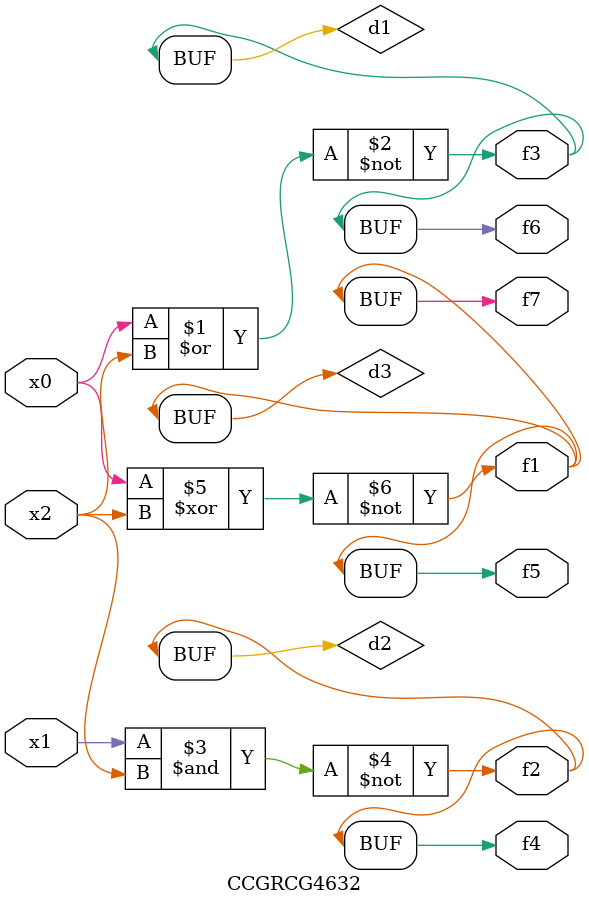
<source format=v>
module CCGRCG4632(
	input x0, x1, x2,
	output f1, f2, f3, f4, f5, f6, f7
);

	wire d1, d2, d3;

	nor (d1, x0, x2);
	nand (d2, x1, x2);
	xnor (d3, x0, x2);
	assign f1 = d3;
	assign f2 = d2;
	assign f3 = d1;
	assign f4 = d2;
	assign f5 = d3;
	assign f6 = d1;
	assign f7 = d3;
endmodule

</source>
